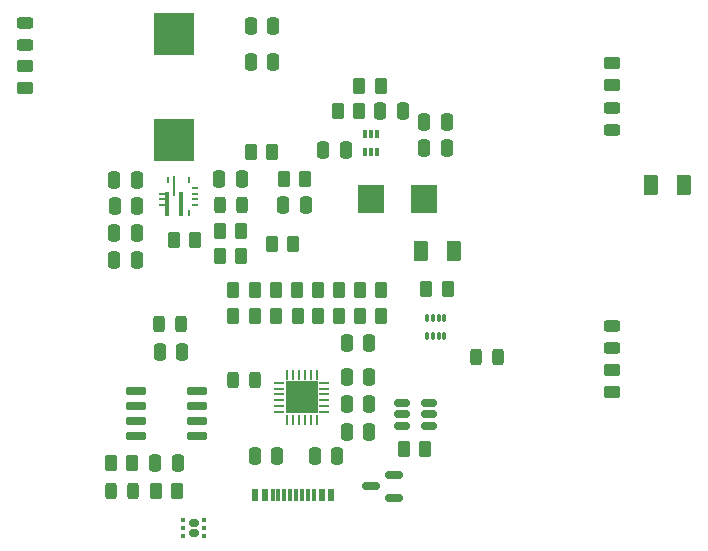
<source format=gtp>
G04 #@! TF.GenerationSoftware,KiCad,Pcbnew,8.0.5*
G04 #@! TF.CreationDate,2024-10-14T21:46:25-05:00*
G04 #@! TF.ProjectId,USBCPowerPCB,55534243-506f-4776-9572-5043422e6b69,rev?*
G04 #@! TF.SameCoordinates,Original*
G04 #@! TF.FileFunction,Paste,Top*
G04 #@! TF.FilePolarity,Positive*
%FSLAX46Y46*%
G04 Gerber Fmt 4.6, Leading zero omitted, Abs format (unit mm)*
G04 Created by KiCad (PCBNEW 8.0.5) date 2024-10-14 21:46:25*
%MOMM*%
%LPD*%
G01*
G04 APERTURE LIST*
G04 Aperture macros list*
%AMRoundRect*
0 Rectangle with rounded corners*
0 $1 Rounding radius*
0 $2 $3 $4 $5 $6 $7 $8 $9 X,Y pos of 4 corners*
0 Add a 4 corners polygon primitive as box body*
4,1,4,$2,$3,$4,$5,$6,$7,$8,$9,$2,$3,0*
0 Add four circle primitives for the rounded corners*
1,1,$1+$1,$2,$3*
1,1,$1+$1,$4,$5*
1,1,$1+$1,$6,$7*
1,1,$1+$1,$8,$9*
0 Add four rect primitives between the rounded corners*
20,1,$1+$1,$2,$3,$4,$5,0*
20,1,$1+$1,$4,$5,$6,$7,0*
20,1,$1+$1,$6,$7,$8,$9,0*
20,1,$1+$1,$8,$9,$2,$3,0*%
G04 Aperture macros list end*
%ADD10C,0.000000*%
%ADD11R,0.300000X1.140000*%
%ADD12R,0.600000X1.140000*%
%ADD13RoundRect,0.250000X0.250000X0.475000X-0.250000X0.475000X-0.250000X-0.475000X0.250000X-0.475000X0*%
%ADD14RoundRect,0.250000X0.262500X0.450000X-0.262500X0.450000X-0.262500X-0.450000X0.262500X-0.450000X0*%
%ADD15RoundRect,0.250000X0.450000X-0.262500X0.450000X0.262500X-0.450000X0.262500X-0.450000X-0.262500X0*%
%ADD16RoundRect,0.250000X-0.262500X-0.450000X0.262500X-0.450000X0.262500X0.450000X-0.262500X0.450000X0*%
%ADD17RoundRect,0.250000X-0.250000X-0.475000X0.250000X-0.475000X0.250000X0.475000X-0.250000X0.475000X0*%
%ADD18RoundRect,0.250000X-0.375000X-0.625000X0.375000X-0.625000X0.375000X0.625000X-0.375000X0.625000X0*%
%ADD19RoundRect,0.085000X0.085000X-0.265000X0.085000X0.265000X-0.085000X0.265000X-0.085000X-0.265000X0*%
%ADD20RoundRect,0.243750X0.456250X-0.243750X0.456250X0.243750X-0.456250X0.243750X-0.456250X-0.243750X0*%
%ADD21RoundRect,0.243750X-0.243750X-0.456250X0.243750X-0.456250X0.243750X0.456250X-0.243750X0.456250X0*%
%ADD22RoundRect,0.150000X0.587500X0.150000X-0.587500X0.150000X-0.587500X-0.150000X0.587500X-0.150000X0*%
%ADD23RoundRect,0.050000X-0.100000X0.285000X-0.100000X-0.285000X0.100000X-0.285000X0.100000X0.285000X0*%
%ADD24RoundRect,0.150000X-0.512500X-0.150000X0.512500X-0.150000X0.512500X0.150000X-0.512500X0.150000X0*%
%ADD25R,3.500000X3.550000*%
%ADD26RoundRect,0.243750X-0.456250X0.243750X-0.456250X-0.243750X0.456250X-0.243750X0.456250X0.243750X0*%
%ADD27R,0.254000X0.812800*%
%ADD28R,0.812800X0.254000*%
%ADD29R,2.743200X2.743200*%
%ADD30R,2.200000X2.400000*%
%ADD31RoundRect,0.160000X-0.245000X-0.160000X0.245000X-0.160000X0.245000X0.160000X-0.245000X0.160000X0*%
%ADD32RoundRect,0.093750X-0.093750X-0.106250X0.093750X-0.106250X0.093750X0.106250X-0.093750X0.106250X0*%
%ADD33RoundRect,0.243750X0.243750X0.456250X-0.243750X0.456250X-0.243750X-0.456250X0.243750X-0.456250X0*%
%ADD34R,0.600000X0.250000*%
%ADD35R,0.250000X0.600000*%
%ADD36R,0.250000X1.700000*%
%ADD37R,0.400000X2.100000*%
%ADD38R,0.560000X0.250000*%
%ADD39RoundRect,0.150000X-0.725000X-0.150000X0.725000X-0.150000X0.725000X0.150000X-0.725000X0.150000X0*%
%ADD40RoundRect,0.250000X-0.450000X0.262500X-0.450000X-0.262500X0.450000X-0.262500X0.450000X0.262500X0*%
G04 APERTURE END LIST*
D10*
G36*
X142724685Y-131207700D02*
G01*
X141553085Y-131207700D01*
X141553085Y-130036100D01*
X142724685Y-130036100D01*
X142724685Y-131207700D01*
G37*
G36*
X142724685Y-132579300D02*
G01*
X141553085Y-132579300D01*
X141553085Y-131407700D01*
X142724685Y-131407700D01*
X142724685Y-132579300D01*
G37*
G36*
X144096285Y-131207700D02*
G01*
X142924685Y-131207700D01*
X142924685Y-130036100D01*
X144096285Y-130036100D01*
X144096285Y-131207700D01*
G37*
G36*
X144096285Y-132579300D02*
G01*
X142924685Y-132579300D01*
X142924685Y-131407700D01*
X144096285Y-131407700D01*
X144096285Y-132579300D01*
G37*
D11*
X140350000Y-139540000D03*
X141350000Y-139540000D03*
X142850000Y-139540000D03*
X143850000Y-139540000D03*
D12*
X145300000Y-139540000D03*
X144500000Y-139540000D03*
D11*
X143350000Y-139540000D03*
X142350000Y-139540000D03*
X141850000Y-139540000D03*
X140850000Y-139540000D03*
D12*
X139700000Y-139540000D03*
X138900000Y-139540000D03*
D13*
X128850000Y-117390000D03*
X126950000Y-117390000D03*
D14*
X153287500Y-135700000D03*
X151462500Y-135700000D03*
D15*
X169110000Y-130811500D03*
X169110000Y-128986500D03*
D14*
X138850000Y-122200000D03*
X137025000Y-122200000D03*
D16*
X147737500Y-124400000D03*
X149562500Y-124400000D03*
X135887500Y-117200000D03*
X137712500Y-117200000D03*
D17*
X149450000Y-107100000D03*
X151350000Y-107100000D03*
D14*
X147700000Y-107100000D03*
X145875000Y-107100000D03*
D18*
X172389783Y-113292500D03*
X175189783Y-113292500D03*
D16*
X144187500Y-124400000D03*
X146012500Y-124400000D03*
D14*
X155200000Y-122100000D03*
X153375000Y-122100000D03*
D17*
X135850000Y-112800000D03*
X137750000Y-112800000D03*
D16*
X135887500Y-119300000D03*
X137712500Y-119300000D03*
D14*
X149525000Y-104900000D03*
X147700000Y-104900000D03*
D19*
X148200000Y-110500000D03*
X148700000Y-110500000D03*
X149200000Y-110500000D03*
X149200000Y-109000000D03*
X148700000Y-109000000D03*
X148200000Y-109000000D03*
D13*
X148525000Y-126727630D03*
X146625000Y-126727630D03*
D20*
X169110000Y-127136500D03*
X169110000Y-125261500D03*
D13*
X132325000Y-136900000D03*
X130425000Y-136900000D03*
X148525000Y-134200000D03*
X146625000Y-134200000D03*
D21*
X126662500Y-139200000D03*
X128537500Y-139200000D03*
D14*
X140312500Y-110500000D03*
X138487500Y-110500000D03*
D17*
X138500000Y-99900000D03*
X140400000Y-99900000D03*
D22*
X150595000Y-139800000D03*
X150595000Y-137900000D03*
X148720000Y-138850000D03*
D23*
X154900000Y-124600000D03*
X154400000Y-124600000D03*
X153900000Y-124600000D03*
X153400000Y-124600000D03*
X153400000Y-126080000D03*
X153900000Y-126080000D03*
X154400000Y-126080000D03*
X154900000Y-126080000D03*
D17*
X153200000Y-108000000D03*
X155100000Y-108000000D03*
D24*
X151300000Y-131800000D03*
X151300000Y-132750000D03*
X151300000Y-133700000D03*
X153575000Y-133700000D03*
X153575000Y-132750000D03*
X153575000Y-131800000D03*
D17*
X153200000Y-110200000D03*
X155100000Y-110200000D03*
D25*
X132000000Y-109475000D03*
X132000000Y-100525000D03*
D17*
X138500000Y-102910000D03*
X140400000Y-102910000D03*
D14*
X142450000Y-122200000D03*
X140625000Y-122200000D03*
D26*
X169050000Y-106762500D03*
X169050000Y-108637500D03*
D27*
X144075000Y-129415400D03*
X143574874Y-129415400D03*
X143074748Y-129415400D03*
X142574622Y-129415400D03*
X142074496Y-129415400D03*
X141574370Y-129415400D03*
D28*
X140932385Y-130057385D03*
X140932385Y-130557511D03*
X140932385Y-131057637D03*
X140932385Y-131557763D03*
X140932385Y-132057889D03*
X140932385Y-132558015D03*
D27*
X141574370Y-133200000D03*
X142074496Y-133200000D03*
X142574622Y-133200000D03*
X143074748Y-133200000D03*
X143574874Y-133200000D03*
X144075000Y-133200000D03*
D28*
X144716985Y-132558015D03*
X144716985Y-132057889D03*
X144716985Y-131557763D03*
X144716985Y-131057637D03*
X144716985Y-130557511D03*
X144716985Y-130057385D03*
D29*
X142824685Y-131307700D03*
D16*
X131987500Y-118000000D03*
X133812500Y-118000000D03*
D21*
X135862500Y-115000000D03*
X137737500Y-115000000D03*
D18*
X152950000Y-118900000D03*
X155750000Y-118900000D03*
D13*
X140735000Y-136300000D03*
X138835000Y-136300000D03*
D30*
X148700000Y-114500000D03*
X153200000Y-114500000D03*
D31*
X133687500Y-141950000D03*
X133687500Y-142750000D03*
D32*
X132800000Y-141700000D03*
X132800000Y-142350000D03*
X132800000Y-143000000D03*
X134575000Y-143000000D03*
X134575000Y-142350000D03*
X134575000Y-141700000D03*
D14*
X138850000Y-124400000D03*
X137025000Y-124400000D03*
D33*
X159437497Y-127900000D03*
X157562495Y-127900000D03*
D16*
X147737500Y-122200000D03*
X149562500Y-122200000D03*
D17*
X143925000Y-136300000D03*
X145825000Y-136300000D03*
D13*
X128850000Y-119700000D03*
X126950000Y-119700000D03*
D16*
X144175000Y-122200000D03*
X146000000Y-122200000D03*
D13*
X128900000Y-115100000D03*
X127000000Y-115100000D03*
X146550000Y-110400000D03*
X144650000Y-110400000D03*
D34*
X133770000Y-115050000D03*
X133770000Y-114550000D03*
X133770000Y-114050000D03*
X133770000Y-113550000D03*
D35*
X133300000Y-112900000D03*
D36*
X132000000Y-113450000D03*
D35*
X131500000Y-112900000D03*
D37*
X131420000Y-114950000D03*
X132580000Y-114950000D03*
D35*
X133300000Y-115700000D03*
D38*
X130950000Y-114050000D03*
X130950000Y-114550000D03*
X130950000Y-115050000D03*
D17*
X130787501Y-127500000D03*
X132687499Y-127500000D03*
D14*
X128475000Y-136900000D03*
X126650000Y-136900000D03*
D13*
X128850000Y-112900000D03*
X126950000Y-112900000D03*
D14*
X142112500Y-118300000D03*
X140287500Y-118300000D03*
D13*
X148525000Y-131879775D03*
X146625000Y-131879775D03*
X148525000Y-129600000D03*
X146625000Y-129600000D03*
D39*
X128800000Y-130795000D03*
X128800000Y-132065000D03*
X128800000Y-133335000D03*
X128800000Y-134605000D03*
X133950000Y-134605000D03*
X133950000Y-133335000D03*
X133950000Y-132065000D03*
X133950000Y-130795000D03*
D15*
X119400000Y-105112500D03*
X119400000Y-103287500D03*
D14*
X143112500Y-112800000D03*
X141287500Y-112800000D03*
X142462500Y-124400000D03*
X140637500Y-124400000D03*
D40*
X169050000Y-103012500D03*
X169050000Y-104837500D03*
D14*
X132287500Y-139200000D03*
X130462500Y-139200000D03*
D21*
X136982500Y-129800000D03*
X138857500Y-129800000D03*
D13*
X143150000Y-115001000D03*
X141250000Y-115001000D03*
D20*
X119400000Y-101500000D03*
X119400000Y-99625000D03*
D33*
X132637500Y-125100000D03*
X130762500Y-125100000D03*
M02*

</source>
